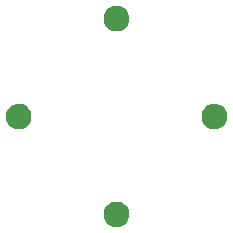
<source format=gbr>
G04 ===== Begin FILE IDENTIFICATION =====*
G04 File Format:  Gerber RS274X*
G04 ===== End FILE IDENTIFICATION =====*
%FSLAX24Y24*%
%MOIN*%
%SFA1.0000B1.0000*%
%OFA0.0B0.0*%
%ADD10C,0.000984*%
%LNsilk_screen2*%
%IPPOS*%
%LPD*%
G75*
G36*
G01X4095Y435D02*
G01X4019Y449D01*
G01X3946Y476D01*
G01X3879Y516D01*
G01X3821Y567D01*
G01X3772Y628D01*
G01X3736Y696D01*
G01X3712Y770D01*
G01X3701Y847D01*
G01X3705Y924D01*
G01X3722Y1000D01*
G01X3752Y1071D01*
G01X3795Y1136D01*
G01X3849Y1192D01*
G01X3912Y1238D01*
G01X3982Y1272D01*
G01X4057Y1292D01*
G01X4134Y1299D01*
G01X4211Y1292D01*
G01X4286Y1272D01*
G01X4356Y1238D01*
G01X4419Y1192D01*
G01X4472Y1136D01*
G01X4515Y1071D01*
G01X4546Y1000D01*
G01X4563Y924D01*
G01X4566Y847D01*
G01X4556Y770D01*
G01X4532Y696D01*
G01X4495Y628D01*
G01X4447Y567D01*
G01X4388Y516D01*
G01X4322Y476D01*
G01X4249Y449D01*
G01X4173Y435D01*
G01X4095D01*
G37*
G36*
G01X7421Y3701D02*
G01X7343Y3705D01*
G01X7268Y3722D01*
G01X7196Y3752D01*
G01X7132Y3795D01*
G01X7075Y3849D01*
G01X7030Y3912D01*
G01X6996Y3982D01*
G01X6975Y4057D01*
G01X6969Y4134D01*
G01X6975Y4211D01*
G01X6996Y4286D01*
G01X7030Y4356D01*
G01X7075Y4419D01*
G01X7132Y4472D01*
G01X7196Y4515D01*
G01X7268Y4546D01*
G01X7343Y4563D01*
G01X7421Y4566D01*
G01X7498Y4556D01*
G01X7572Y4532D01*
G01X7640Y4495D01*
G01X7701Y4447D01*
G01X7752Y4388D01*
G01X7792Y4322D01*
G01X7819Y4249D01*
G01X7833Y4173D01*
G01Y4095D01*
G01X7819Y4019D01*
G01X7792Y3946D01*
G01X7752Y3879D01*
G01X7701Y3821D01*
G01X7640Y3772D01*
G01X7572Y3736D01*
G01X7498Y3712D01*
G01X7421Y3701D01*
G37*
G36*
G01X4134Y6969D02*
G01X4057Y6975D01*
G01X3982Y6996D01*
G01X3912Y7030D01*
G01X3849Y7075D01*
G01X3795Y7132D01*
G01X3752Y7196D01*
G01X3722Y7268D01*
G01X3705Y7343D01*
G01X3701Y7421D01*
G01X3712Y7498D01*
G01X3736Y7572D01*
G01X3772Y7640D01*
G01X3821Y7701D01*
G01X3879Y7752D01*
G01X3946Y7792D01*
G01X4019Y7819D01*
G01X4095Y7833D01*
G01X4173D01*
G01X4249Y7819D01*
G01X4322Y7792D01*
G01X4388Y7752D01*
G01X4447Y7701D01*
G01X4495Y7640D01*
G01X4532Y7572D01*
G01X4556Y7498D01*
G01X4566Y7421D01*
G01X4563Y7343D01*
G01X4546Y7268D01*
G01X4515Y7196D01*
G01X4472Y7132D01*
G01X4419Y7075D01*
G01X4356Y7030D01*
G01X4286Y6996D01*
G01X4211Y6975D01*
G01X4134Y6969D01*
G37*
G36*
G01X847Y3701D02*
G01X770Y3712D01*
G01X696Y3736D01*
G01X628Y3772D01*
G01X567Y3821D01*
G01X516Y3879D01*
G01X476Y3946D01*
G01X449Y4019D01*
G01X435Y4095D01*
G01Y4173D01*
G01X449Y4249D01*
G01X476Y4322D01*
G01X516Y4388D01*
G01X567Y4447D01*
G01X628Y4495D01*
G01X696Y4532D01*
G01X770Y4556D01*
G01X847Y4566D01*
G01X924Y4563D01*
G01X1000Y4546D01*
G01X1071Y4515D01*
G01X1136Y4472D01*
G01X1192Y4419D01*
G01X1238Y4356D01*
G01X1272Y4286D01*
G01X1292Y4211D01*
G01X1299Y4134D01*
G01X1292Y4057D01*
G01X1272Y3982D01*
G01X1238Y3912D01*
G01X1192Y3849D01*
G01X1136Y3795D01*
G01X1071Y3752D01*
G01X1000Y3722D01*
G01X924Y3705D01*
G01X847Y3701D01*
G37*
M02*


</source>
